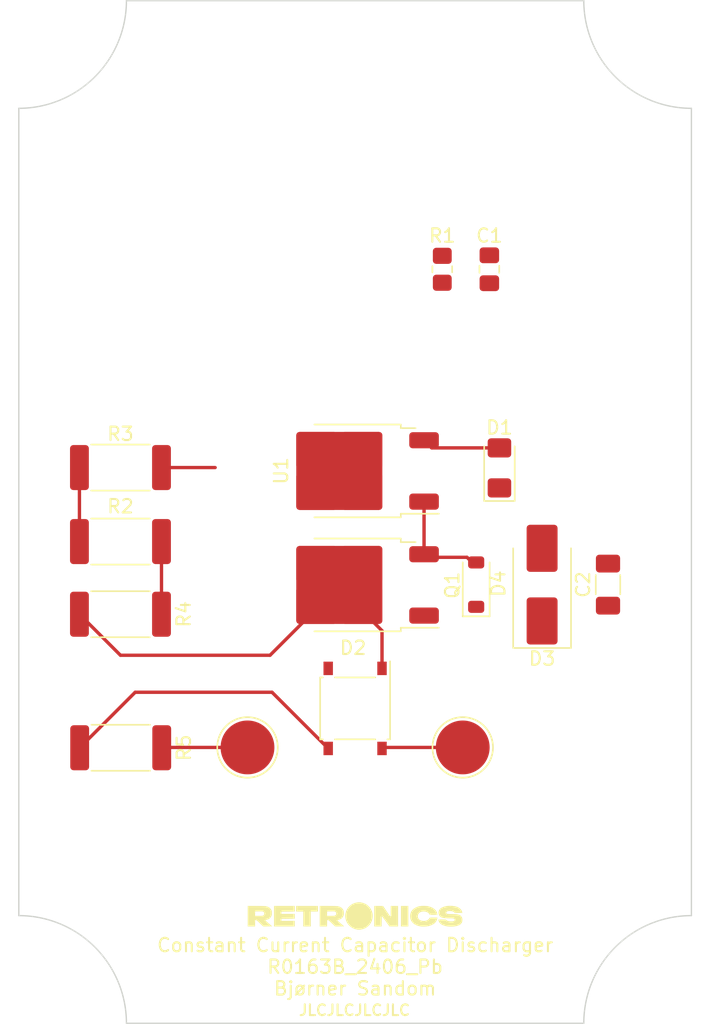
<source format=kicad_pcb>
(kicad_pcb (version 20221018) (generator pcbnew)
  (layers (0 "F.Cu" signal) (31 "B.Cu" signal) (34 "B.Paste" user) (35 "F.Paste" user) (36 "B.SilkS" user "B.Silkscreen") (37 "F.SilkS" user "F.Silkscreen") (38 "B.Mask" user) (39 "F.Mask" user) (44 "Edge.Cuts" user))
  (net 0 "")
  (net 1 "Net-(D1-K)")
  (net 2 "Net-(D1-A)")
  (net 3 "Net-(D2-+)")
  (net 4 "Net-(U1-OUT)")
  (net 5 "Net-(J3-Pin_1)")
  (net 6 "Net-(J1-Pin_1)")
  (net 7 "Net-(D3-K)")
  (net 8 "Net-(R2-Pad1)")
  (net 9 "Net-(R2-Pad2)")
  (net 10 "Net-(D4-A)")
  (net 11 "Net-(D2-Pad3)")
  (footprint "MountingHole:MountingHole_3.2mm_M3" (layer "F.Cu") (at 186.25 91)
    (fp_text reference "H8" hide)
    (fp_text value "MountingHole")
    (pad "" np_thru_hole circle (at 0 0) (size 3.2 3.2) (drill 3.2) (layers "*.Cu" "*.Mask"))
  )
  (footprint "Package_TO_SOT_SMD:TO-252-2" (layer "F.Cu") (at 165.085 80.4225 180)
    (fp_text reference "Q1" (at -7.14 -0.025 90) (layer "F.SilkS"))
    (fp_text value "IPD80R1K0CEATMA1")
    (fp_line (start -3.31 -3.45) (end -3.31 -3.18) (stroke (width 0.12)) (layer "F.SilkS"))
    (fp_line (start -3.31 -3.18) (end -6.14 -3.18) (stroke (width 0.12)) (layer "F.SilkS"))
    (fp_line (start -3.31 3.18) (end -4.41 3.18) (stroke (width 0.12)) (layer "F.SilkS"))
    (fp_line (start -3.31 3.45) (end -3.31 3.18) (stroke (width 0.12)) (layer "F.SilkS"))
    (fp_line (start 3.11 -3.45) (end -3.31 -3.45) (stroke (width 0.12)) (layer "F.SilkS"))
    (fp_line (start 3.11 3.45) (end -3.31 3.45) (stroke (width 0.12)) (layer "F.SilkS"))
    (pad "1" smd roundrect (at -5.04 -2.28 180) (size 2.2 1.2) (layers "F.Cu" "F.Paste" "F.Mask") (roundrect_rratio 0.2083333333) (net 7 "Net-(D3-K)"))
    (pad "2" smd roundrect (at -0.415 -1.525 180) (size 3.05 2.75) (layers "F.Cu" "F.Paste") (roundrect_rratio 0.09090909091) (net 3 "Net-(D2-+)"))
    (pad "2" smd roundrect (at -0.415 1.525 180) (size 3.05 2.75) (layers "F.Cu" "F.Paste") (roundrect_rratio 0.09090909091) (net 3 "Net-(D2-+)"))
    (pad "2" smd roundrect (at 1.26 0 180) (size 6.4 5.8) (layers "F.Cu" "F.Mask") (roundrect_rratio 0.04310293103) (net 3 "Net-(D2-+)"))
    (pad "2" smd roundrect (at 2.935 -1.525 180) (size 3.05 2.75) (layers "F.Cu" "F.Paste") (roundrect_rratio 0.09090909091) (net 3 "Net-(D2-+)"))
    (pad "2" smd roundrect (at 2.935 1.525 180) (size 3.05 2.75) (layers "F.Cu" "F.Paste") (roundrect_rratio 0.09090909091) (net 3 "Net-(D2-+)"))
    (pad "3" smd roundrect (at -5.04 2.28 180) (size 2.2 1.2) (layers "F.Cu" "F.Paste" "F.Mask") (roundrect_rratio 0.2083333333) (net 10 "Net-(D4-A)"))
  )
  (footprint "Icons_Graphics:retronics_logo_18mm" (layer "F.Cu") (at 165 105)
    (fp_text reference "G***" hide)
    (fp_text value "LOGO" hide)
    (fp_poly (pts (xy 3.955266 0.805436) (xy 3.40872 0.805436) (xy 3.40872 -0.71914) (xy 3.955266 -0.71914)) (fill solid) (layer "F.SilkS"))
    (fp_poly (pts (xy -2.761495 -0.302039) (xy -3.293658 -0.302039) (xy -3.293658 0.805436) (xy -3.854587 0.805436) (xy -3.854587 -0.302039) (xy -4.38675 -0.302039) (xy -4.38675 -0.71914) (xy -2.761495 -0.71914)) (fill solid) (layer "F.SilkS"))
    (fp_poly (pts (xy -4.48743 -0.302416) (xy -4.98004 -0.298632) (xy -5.472651 -0.294847) (xy -5.481277 -0.129445) (xy -4.48743 -0.129445) (xy -4.48743 0.229747) (xy -4.98004 0.233531) (xy -5.472651 0.237316) (xy -5.476998 0.312825) (xy -5.481345 0.388335) (xy -4.48743 0.388335) (xy -4.48743 0.805436) (xy -6.026388 0.805436) (xy -6.026388 -0.71914) (xy -4.48743 -0.71914)) (fill solid) (layer "F.SilkS"))
    (fp_poly (pts (xy 3.192978 0.805436) (xy 2.872961 0.805087) (xy 2.552944 0.804739) (xy 2.280299 0.423734) (xy 2.214135 0.332041) (xy 2.152853 0.248582) (xy 2.098533 0.176073) (xy 2.053252 0.117232) (xy 2.019088 0.074775) (xy 1.998121 0.051418) (xy 1.992644 0.047726) (xy 1.987361 0.063863) (xy 1.98283 0.10803) (xy 1.979086 0.1795) (xy 1.976165 0.277548) (xy 1.974102 0.401446) (xy 1.973798 0.429079) (xy 1.969964 0.805436) (xy 1.423895 0.805436) (xy 1.423895 -0.71914) (xy 1.751104 -0.718799) (xy 2.078312 -0.718459) (xy 2.344394 -0.32352) (xy 2.408635 -0.22894) (xy 2.468368 -0.142469) (xy 2.521582 -0.066903) (xy 2.566267 -0.00504) (xy 2.600413 0.040323) (xy 2.622008 0.06639) (xy 2.628454 0.071666) (xy 2.63402 0.065491) (xy 2.638394 0.045108) (xy 2.641692 0.007986) (xy 2.644028 -0.048404) (xy 2.645517 -0.126594) (xy 2.646275 -0.229114) (xy 2.646432 -0.323613) (xy 2.646432 -0.71914) (xy 3.192978 -0.71914)) (fill solid) (layer "F.SilkS"))
    (fp_poly (pts (xy 0.396381 -0.986764) (xy 0.497528 -0.971676) (xy 0.562636 -0.95378) (xy 0.640126 -0.926853) (xy 0.717076 -0.89555) (xy 0.747204 -0.881701) (xy 0.813643 -0.847917) (xy 0.867514 -0.815016) (xy 0.917634 -0.776569) (xy 0.97282 -0.726144) (xy 1.007961 -0.69154) (xy 1.067562 -0.629926) (xy 1.111702 -0.578155) (xy 1.14681 -0.527411) (xy 1.179317 -0.468877) (xy 1.198121 -0.430784) (xy 1.25434 -0.297431) (xy 1.28943 -0.1717) (xy 1.30539 -0.04411) (xy 1.305202 0.077163) (xy 1.283079 0.246235) (xy 1.235265 0.405192) (xy 1.163705 0.551795) (xy 1.070343 0.683805) (xy 0.957124 0.798984) (xy 0.825993 0.895094) (xy 0.678894 0.969895) (xy 0.517771 1.02115) (xy 0.477875 1.029575) (xy 0.394573 1.041211) (xy 0.303279 1.047051) (xy 0.215925 1.04673) (xy 0.144443 1.039883) (xy 0.143827 1.039777) (xy -0.027482 0.996382) (xy -0.185131 0.928824) (xy -0.327192 0.838507) (xy -0.451737 0.726835) (xy -0.556839 0.595212) (xy -0.623335 0.48109) (xy -0.685736 0.326396) (xy -0.721165 0.16846) (xy -0.730784 0.010032) (xy -0.715754 -0.146135) (xy -0.677238 -0.297291) (xy -0.616396 -0.440685) (xy -0.534392 -0.573564) (xy -0.432388 -0.693179) (xy -0.311544 -0.796778) (xy -0.173023 -0.881609) (xy -0.021575 -0.943777) (xy 0.111868 -0.975467) (xy 0.254957 -0.989999)) (fill solid) (layer "F.SilkS"))
    (fp_poly (pts (xy -7.360391 -0.719031) (xy -7.214601 -0.718652) (xy -7.078431 -0.71761) (xy -6.95497 -0.715971) (xy -6.847304 -0.713798) (xy -6.758519 -0.711157) (xy -6.691704 -0.708113) (xy -6.649946 -0.704729) (xy -6.644848 -0.704014) (xy -6.518565 -0.671802) (xy -6.409212 -0.618883) (xy -6.318886 -0.546699) (xy -6.249684 -0.456691) (xy -6.22947 -0.418345) (xy -6.211939 -0.377559) (xy -6.200811 -0.339872) (xy -6.194687 -0.296666) (xy -6.192164 -0.239323) (xy -6.19179 -0.186636) (xy -6.192403 -0.11669) (xy -6.195374 -0.066614) (xy -6.202402 -0.027518) (xy -6.215184 0.009487) (xy -6.235419 0.053288) (xy -6.239036 0.060656) (xy -6.298871 0.153859) (xy -6.377441 0.227087) (xy -6.476398 0.281543) (xy -6.591569 0.317154) (xy -6.636989 0.328463) (xy -6.669495 0.338839) (xy -6.680519 0.344725) (xy -6.671639 0.356182) (xy -6.643701 0.3835) (xy -6.599647 0.424005) (xy -6.54242 0.475026) (xy -6.47496 0.533889) (xy -6.425941 0.576009) (xy -6.165769 0.798244) (xy -6.499907 0.802108) (xy -6.834045 0.805971) (xy -7.078935 0.571983) (xy -7.157382 0.497324) (xy -7.218255 0.440385) (xy -7.264567 0.398795) (xy -7.299331 0.370184) (xy -7.325559 0.35218) (xy -7.346265 0.342412) (xy -7.364461 0.338509) (xy -7.376268 0.337995) (xy -7.428709 0.337995) (xy -7.432661 0.571715) (xy -7.436613 0.805436) (xy -7.982447 0.805436) (xy -7.982447 0.014382) (xy -7.436843 0.014382) (xy -7.159503 0.01436) (xy -7.059696 0.013999) (xy -6.984202 0.012707) (xy -6.928572 0.010142) (xy -6.888359 0.005962) (xy -6.859117 -0.000174) (xy -6.836397 -0.008608) (xy -6.831824 -0.01081) (xy -6.786806 -0.047738) (xy -6.760221 -0.099328) (xy -6.752345 -0.15793) (xy -6.763456 -0.215893) (xy -6.79383 -0.265568) (xy -6.821768 -0.288427) (xy -6.839827 -0.298198) (xy -6.860415 -0.305321) (xy -6.887956 -0.310128) (xy -6.926872 -0.312951) (xy -6.981587 -0.314122) (xy -7.056522 -0.313973) (xy -7.148245 -0.312941) (xy -7.428709 -0.30923) (xy -7.436843 0.014382) (xy -7.982447 0.014382) (xy -7.982447 -0.71914)) (fill solid) (layer "F.SilkS"))
    (fp_poly (pts (xy -2.009995 -0.719031) (xy -1.864205 -0.718652) (xy -1.728035 -0.71761) (xy -1.604574 -0.715971) (xy -1.496907 -0.713798) (xy -1.408123 -0.711157) (xy -1.341308 -0.708113) (xy -1.299549 -0.704729) (xy -1.294451 -0.704014) (xy -1.168169 -0.671802) (xy -1.058815 -0.618883) (xy -0.968489 -0.546699) (xy -0.899288 -0.456691) (xy -0.879074 -0.418345) (xy -0.861542 -0.377559) (xy -0.850415 -0.339872) (xy -0.844291 -0.296666) (xy -0.841767 -0.239323) (xy -0.841393 -0.186636) (xy -0.842006 -0.11669) (xy -0.844978 -0.066614) (xy -0.852005 -0.027518) (xy -0.864788 0.009487) (xy -0.885023 0.053288) (xy -0.88864 0.060656) (xy -0.948474 0.153859) (xy -1.027045 0.227087) (xy -1.126002 0.281543) (xy -1.241172 0.317154) (xy -1.286593 0.328463) (xy -1.319099 0.338839) (xy -1.330123 0.344725) (xy -1.321243 0.356182) (xy -1.293305 0.3835) (xy -1.249251 0.424005) (xy -1.192023 0.475026) (xy -1.124563 0.533889) (xy -1.075544 0.576009) (xy -0.815373 0.798244) (xy -1.149511 0.802108) (xy -1.483649 0.805971) (xy -1.728539 0.571983) (xy -1.806986 0.497324) (xy -1.867859 0.440385) (xy -1.914171 0.398795) (xy -1.948934 0.370184) (xy -1.975163 0.35218) (xy -1.995869 0.342412) (xy -2.014065 0.338509) (xy -2.025871 0.337995) (xy -2.078313 0.337995) (xy -2.082265 0.571715) (xy -2.086217 0.805436) (xy -2.63205 0.805436) (xy -2.63205 0.014382) (xy -2.086447 0.014382) (xy -1.809107 0.01436) (xy -1.7093 0.013999) (xy -1.633805 0.012707) (xy -1.578175 0.010142) (xy -1.537963 0.005962) (xy -1.508721 -0.000174) (xy -1.486001 -0.008608) (xy -1.481427 -0.01081) (xy -1.43641 -0.047738) (xy -1.409824 -0.099328) (xy -1.401948 -0.15793) (xy -1.413059 -0.215893) (xy -1.443434 -0.265568) (xy -1.471371 -0.288427) (xy -1.489431 -0.298198) (xy -1.510019 -0.305321) (xy -1.53756 -0.310128) (xy -1.576476 -0.312951) (xy -1.63119 -0.314122) (xy -1.706125 -0.313973) (xy -1.797849 -0.312941) (xy -2.078313 -0.30923) (xy -2.086447 0.014382) (xy -2.63205 0.014382) (xy -2.63205 -0.71914)) (fill solid) (layer "F.SilkS"))
    (fp_poly (pts (xy 5.268274 -0.720805) (xy 5.371739 -0.711055) (xy 5.443782 -0.698824) (xy 5.596378 -0.655029) (xy 5.733297 -0.595551) (xy 5.852418 -0.522209) (xy 5.95162 -0.436823) (xy 6.028782 -0.341212) (xy 6.081785 -0.237196) (xy 6.108259 -0.128723) (xy 6.11669 -0.057531) (xy 5.828 -0.057531) (xy 5.730006 -0.057648) (xy 5.65695 -0.058251) (xy 5.605004 -0.059722) (xy 5.570341 -0.062442) (xy 5.549132 -0.066794) (xy 5.537551 -0.073158) (xy 5.53177 -0.081916) (xy 5.529881 -0.087242) (xy 5.514767 -0.116084) (xy 5.487985 -0.153286) (xy 5.476271 -0.167271) (xy 5.406635 -0.226219) (xy 5.318218 -0.26996) (xy 5.217096 -0.297759) (xy 5.109346 -0.308883) (xy 5.001045 -0.302599) (xy 4.89827 -0.278174) (xy 4.825424 -0.245818) (xy 4.753806 -0.190247) (xy 4.701546 -0.117959) (xy 4.669761 -0.034478) (xy 4.659567 0.054672) (xy 4.67208 0.143965) (xy 4.708419 0.227877) (xy 4.724795 0.252067) (xy 4.782225 0.306774) (xy 4.860097 0.348939) (xy 4.9526 0.37777) (xy 5.053922 0.392478) (xy 5.158248 0.392272) (xy 5.259768 0.37636) (xy 5.352668 0.343951) (xy 5.362999 0.338897) (xy 5.420507 0.302334) (xy 5.473028 0.255952) (xy 5.512822 0.207423) (xy 5.529881 0.173538) (xy 5.534211 0.163455) (xy 5.542451 0.155955) (xy 5.558431 0.150657) (xy 5.585978 0.147179) (xy 5.628922 0.145139) (xy 5.69109 0.144156) (xy 5.776311 0.143848) (xy 5.827868 0.143828) (xy 6.116425 0.143828) (xy 6.109362 0.206486) (xy 6.093734 0.27431) (xy 6.063443 0.352286) (xy 6.023388 0.429483) (xy 5.982013 0.490562) (xy 5.907191 0.566575) (xy 5.809642 0.637222) (xy 5.695323 0.699256) (xy 5.570196 0.74943) (xy 5.443884 0.783748) (xy 5.365682 0.796097) (xy 5.269733 0.805505) (xy 5.16505 0.811621) (xy 5.060646 0.814093) (xy 4.965533 0.812569) (xy 4.888724 0.806698) (xy 4.881345 0.80571) (xy 4.713206 0.771125) (xy 4.560767 0.717984) (xy 4.426259 0.647576) (xy 4.31191 0.561188) (xy 4.219949 0.46011) (xy 4.180987 0.400914) (xy 4.13122 0.28819) (xy 4.102556 0.16259) (xy 4.094832 0.030609) (xy 4.107882 -0.101257) (xy 4.141545 -0.226515) (xy 4.195657 -0.338669) (xy 4.199779 -0.345196) (xy 4.276612 -0.440297) (xy 4.377709 -0.526182) (xy 4.499395 -0.600485) (xy 4.637995 -0.660841) (xy 4.739127 -0.692469) (xy 4.820045 -0.708175) (xy 4.921365 -0.718933) (xy 5.035141 -0.724672) (xy 5.153426 -0.72532)) (fill solid) (layer "F.SilkS"))
    (fp_poly (pts (xy 7.230945 -0.722033) (xy 7.354879 -0.706754) (xy 7.457522 -0.687737) (xy 7.546287 -0.663146) (xy 7.628588 -0.631144) (xy 7.663413 -0.614853) (xy 7.772486 -0.54829) (xy 7.859135 -0.467067) (xy 7.921748 -0.373128) (xy 7.958713 -0.26842) (xy 7.961336 -0.255295) (xy 7.971264 -0.201359) (xy 7.405277 -0.201359) (xy 7.370302 -0.242925) (xy 7.320652 -0.285344) (xy 7.251975 -0.315509) (xy 7.161267 -0.334448) (xy 7.082134 -0.341629) (xy 6.981857 -0.342618) (xy 6.904014 -0.332441) (xy 6.844152 -0.310157) (xy 6.806653 -0.283377) (xy 6.778837 -0.242457) (xy 6.776172 -0.198685) (xy 6.798288 -0.159741) (xy 6.81319 -0.147755) (xy 6.828411 -0.139798) (xy 6.849451 -0.133413) (xy 6.879841 -0.128309) (xy 6.923112 -0.124188) (xy 6.982796 -0.120759) (xy 7.062423 -0.117725) (xy 7.165525 -0.114793) (xy 7.226695 -0.11328) (xy 7.344603 -0.110214) (xy 7.437913 -0.107086) (xy 7.510791 -0.10355) (xy 7.567404 -0.099257) (xy 7.611917 -0.093858) (xy 7.648497 -0.087005) (xy 7.68131 -0.078351) (xy 7.69479 -0.074154) (xy 7.789567 -0.033538) (xy 7.862556 0.021831) (xy 7.918697 0.096078) (xy 7.934721 0.126143) (xy 7.956286 0.174792) (xy 7.96839 0.218214) (xy 7.973405 0.268381) (xy 7.973888 0.323612) (xy 7.968398 0.410971) (xy 7.954497 0.477174) (xy 7.948457 0.49293) (xy 7.906479 0.562329) (xy 7.846533 0.629893) (xy 7.778133 0.68529) (xy 7.762175 0.695241) (xy 7.664518 0.740197) (xy 7.543949 0.77537) (xy 7.404796 0.800222) (xy 7.251388 0.814218) (xy 7.088053 0.816819) (xy 6.919118 0.80749) (xy 6.884725 0.804112) (xy 6.728667 0.778744) (xy 6.587074 0.737823) (xy 6.463547 0.682765) (xy 6.361683 0.614986) (xy 6.328222 0.585035) (xy 6.277556 0.525169) (xy 6.236095 0.456887) (xy 6.208434 0.389111) (xy 6.199121 0.334399) (xy 6.19898 0.287655) (xy 6.747383 0.287655) (xy 6.782609 0.329519) (xy 6.831616 0.369759) (xy 6.902836 0.399339) (xy 6.998079 0.418831) (xy 7.094145 0.427618) (xy 7.206625 0.428876) (xy 7.293285 0.418662) (xy 7.354804 0.396695) (xy 7.39186 0.362697) (xy 7.405131 0.316388) (xy 7.40455 0.299788) (xy 7.395173 0.263102) (xy 7.370235 0.238074) (xy 7.349603 0.226551) (xy 7.327978 0.217654) (xy 7.300889 0.211082) (xy 7.263947 0.206504) (xy 7.212763 0.203587) (xy 7.142948 0.202) (xy 7.050113 0.201412) (xy 7.016244 0.201381) (xy 6.857422 0.199599) (xy 6.724161 0.193858) (xy 6.61345 0.183524) (xy 6.522276 0.167964) (xy 6.447628 0.146545) (xy 6.386494 0.118633) (xy 6.335862 0.083596) (xy 6.301965 0.051174) (xy 6.244563 -0.031314) (xy 6.210995 -0.125143) (xy 6.201485 -0.225217) (xy 6.216259 -0.326437) (xy 6.255545 -0.423709) (xy 6.279205 -0.461865) (xy 6.344186 -0.532317) (xy 6.433269 -0.593627) (xy 6.542984 -0.644846) (xy 6.669859 -0.685024) (xy 6.810423 -0.713213) (xy 6.961205 -0.728464) (xy 7.118733 -0.729828)) (fill solid) (layer "F.SilkS"))
  )
  (footprint "MountingHole:MountingHole_3.2mm_M3" (layer "F.Cu") (at 150 100)
    (fp_text reference "H4" hide)
    (fp_text value "MountingHole")
    (pad "" np_thru_hole circle (at 0 0) (size 3.2 3.2) (drill 3.2) (layers "*.Cu" "*.Mask"))
  )
  (footprint "MountingHole:MountingHole_3.2mm_M3" (layer "F.Cu") (at 180 50)
    (fp_text reference "H2" hide)
    (fp_text value "MountingHole")
    (pad "" np_thru_hole circle (at 0 0) (size 3.2 3.2) (drill 3.2) (layers "*.Cu" "*.Mask"))
  )
  (footprint "MountingHole:MountingHole_3.2mm_M3" (layer "F.Cu") (at 157 100)
    (fp_text reference "H5" hide)
    (fp_text value "MountingHole")
    (pad "" np_thru_hole circle (at 0 0) (size 3.2 3.2) (drill 3.2) (layers "*.Cu" "*.Mask"))
  )
  (footprint "Resistor_SMD:R_2512_6332Metric_Pad1.40x3.35mm_HandSolder" (layer "F.Cu") (at 147.55625 71.7 180)
    (fp_text reference "R3" (at 0 2.5) (layer "F.SilkS"))
    (fp_text value "100kΩ 1W")
    (fp_line (start -2.177064 -1.71) (end 2.177064 -1.71) (stroke (width 0.12)) (layer "F.SilkS"))
    (fp_line (start -2.177064 1.71) (end 2.177064 1.71) (stroke (width 0.12)) (layer "F.SilkS"))
    (pad "1" smd roundrect (at -3.05 0 180) (size 1.4 3.35) (layers "F.Cu" "F.Paste" "F.Mask") (roundrect_rratio 0.1785707143) (net 7 "Net-(D3-K)"))
    (pad "2" smd roundrect (at 3.05 0 180) (size 1.4 3.35) (layers "F.Cu" "F.Paste" "F.Mask") (roundrect_rratio 0.1785707143) (net 8 "Net-(R2-Pad1)"))
  )
  (footprint "MountingHole:MountingHole_3.2mm_M3" (layer "F.Cu") (at 180 100)
    (fp_text reference "H3" hide)
    (fp_text value "MountingHole")
    (pad "" np_thru_hole circle (at 0 0) (size 3.2 3.2) (drill 3.2) (layers "*.Cu" "*.Mask"))
  )
  (footprint "Package_TO_SOT_SMD:TO-252-2" (layer "F.Cu") (at 165.085 71.95 180)
    (fp_text reference "U1" (at 5.585 0.00428 90) (layer "F.SilkS"))
    (fp_text value "LR8K4-G")
    (fp_line (start -3.31 -3.45) (end -3.31 -3.18) (stroke (width 0.12)) (layer "F.SilkS"))
    (fp_line (start -3.31 -3.18) (end -6.14 -3.18) (stroke (width 0.12)) (layer "F.SilkS"))
    (fp_line (start -3.31 3.18) (end -4.41 3.18) (stroke (width 0.12)) (layer "F.SilkS"))
    (fp_line (start -3.31 3.45) (end -3.31 3.18) (stroke (width 0.12)) (layer "F.SilkS"))
    (fp_line (start 3.11 -3.45) (end -3.31 -3.45) (stroke (width 0.12)) (layer "F.SilkS"))
    (fp_line (start 3.11 3.45) (end -3.31 3.45) (stroke (width 0.12)) (layer "F.SilkS"))
    (pad "1" smd roundrect (at -5.04 -2.28 180) (size 2.2 1.2) (layers "F.Cu" "F.Paste" "F.Mask") (roundrect_rratio 0.2083333333) (net 10 "Net-(D4-A)"))
    (pad "2" smd roundrect (at -0.415 -1.525 180) (size 3.05 2.75) (layers "F.Cu" "F.Paste") (roundrect_rratio 0.09090909091) (net 4 "Net-(U1-OUT)"))
    (pad "2" smd roundrect (at -0.415 1.525 180) (size 3.05 2.75) (layers "F.Cu" "F.Paste") (roundrect_rratio 0.09090909091) (net 4 "Net-(U1-OUT)"))
    (pad "2" smd roundrect (at 1.26 0 180) (size 6.4 5.8) (layers "F.Cu" "F.Mask") (roundrect_rratio 0.04310293103) (net 4 "Net-(U1-OUT)"))
    (pad "2" smd roundrect (at 2.935 -1.525 180) (size 3.05 2.75) (layers "F.Cu" "F.Paste") (roundrect_rratio 0.09090909091) (net 4 "Net-(U1-OUT)"))
    (pad "2" smd roundrect (at 2.935 1.525 180) (size 3.05 2.75) (layers "F.Cu" "F.Paste") (roundrect_rratio 0.09090909091) (net 4 "Net-(U1-OUT)"))
    (pad "3" smd roundrect (at -5.04 2.28 180) (size 2.2 1.2) (layers "F.Cu" "F.Paste" "F.Mask") (roundrect_rratio 0.2083333333) (net 2 "Net-(D1-A)"))
  )
  (footprint "MountingHole:MountingHole_3.2mm_M3" (layer "F.Cu") (at 143.75 60.05)
    (fp_text reference "H7" hide)
    (fp_text value "MountingHole")
    (pad "" np_thru_hole circle (at 0 0) (size 3.2 3.2) (drill 3.2) (layers "*.Cu" "*.Mask"))
  )
  (footprint "Resistor_SMD:R_0805_2012Metric_Pad1.20x1.40mm_HandSolder" (layer "F.Cu") (at 171.47928 56.9625 -90)
    (fp_text reference "R1" (at -2.5 0 -180) (layer "F.SilkS"))
    (fp_text value "120Ω")
    (fp_line (start -0.227064 -0.735) (end 0.227064 -0.735) (stroke (width 0.12)) (layer "F.SilkS"))
    (fp_line (start -0.227064 0.735) (end 0.227064 0.735) (stroke (width 0.12)) (layer "F.SilkS"))
    (pad "1" smd roundrect (at -1 0 270) (size 1.2 1.4) (layers "F.Cu" "F.Paste" "F.Mask") (roundrect_rratio 0.2083333333) (net 4 "Net-(U1-OUT)"))
    (pad "2" smd roundrect (at 1 0 270) (size 1.2 1.4) (layers "F.Cu" "F.Paste" "F.Mask") (roundrect_rratio 0.2083333333) (net 2 "Net-(D1-A)"))
  )
  (footprint "Diode_SMD:D_SMB_Handsoldering" (layer "F.Cu") (at 178.9 80.4 90)
    (fp_text reference "D3" (at -5.5 0) (layer "F.SilkS"))
    (fp_text value "200V 3W")
    (fp_line (start -4.71 -2.15) (end -4.71 2.15) (stroke (width 0.12)) (layer "F.SilkS"))
    (fp_line (start -4.71 -2.15) (end 2.7 -2.15) (stroke (width 0.12)) (layer "F.SilkS"))
    (fp_line (start -4.71 2.15) (end 2.7 2.15) (stroke (width 0.12)) (layer "F.SilkS"))
    (pad "1" smd roundrect (at -2.7 0 90) (size 3.5 2.3) (layers "F.Cu" "F.Paste" "F.Mask") (roundrect_rratio 0.1086956522) (net 7 "Net-(D3-K)"))
    (pad "2" smd roundrect (at 2.7 0 90) (size 3.5 2.3) (layers "F.Cu" "F.Paste" "F.Mask") (roundrect_rratio 0.1086956522) (net 1 "Net-(D1-K)"))
  )
  (footprint "Resistor_SMD:R_2512_6332Metric_Pad1.40x3.35mm_HandSolder" (layer "F.Cu") (at 147.575 92.525 180)
    (fp_text reference "R5" (at -4.7 0 90) (layer "F.SilkS"))
    (fp_text value "1kΩ 1W")
    (fp_line (start -2.177064 -1.71) (end 2.177064 -1.71) (stroke (width 0.12)) (layer "F.SilkS"))
    (fp_line (start -2.177064 1.71) (end 2.177064 1.71) (stroke (width 0.12)) (layer "F.SilkS"))
    (pad "1" smd roundrect (at -3.05 0 180) (size 1.4 3.35) (layers "F.Cu" "F.Paste" "F.Mask") (roundrect_rratio 0.178571) (net 5 "Net-(J3-Pin_1)"))
    (pad "2" smd roundrect (at 3.05 0 180) (size 1.4 3.35) (layers "F.Cu" "F.Paste" "F.Mask") (roundrect_rratio 0.178571) (net 11 "Net-(D2-Pad3)"))
  )
  (footprint "Diode_SMD:Diode_Bridge_Diotec_ABS" (layer "F.Cu") (at 165 89.6 -90)
    (fp_text reference "D2" (at -4.5 0.15 -180) (layer "F.SilkS"))
    (fp_text value "ABS10")
    (fp_line (start -2.3 1.5) (end -2.3 -1.5) (stroke (width 0.12)) (layer "F.SilkS"))
    (fp_line (start -2.3 2.6) (end -2.3 2.4) (stroke (width 0.12)) (layer "F.SilkS"))
    (fp_line (start 2.3 -2.6) (end -3.5 -2.6) (stroke (width 0.12)) (layer "F.SilkS"))
    (fp_line (start 2.3 -2.4) (end 2.3 -2.6) (stroke (width 0.12)) (layer "F.SilkS"))
    (fp_line (start 2.3 -1.5) (end 2.3 1.5) (stroke (width 0.12)) (layer "F.SilkS"))
    (fp_line (start 2.3 2.4) (end 2.3 2.6) (stroke (width 0.12)) (layer "F.SilkS"))
    (fp_line (start 2.3 2.6) (end -2.3 2.6) (stroke (width 0.12)) (layer "F.SilkS"))
    (pad "1" smd rect (at -2.975 -2 270) (size 1 0.7) (layers "F.Cu" "F.Paste" "F.Mask") (net 3 "Net-(D2-+)"))
    (pad "2" smd rect (at -2.975 2 270) (size 1 0.7) (layers "F.Cu" "F.Paste" "F.Mask") (net 1 "Net-(D1-K)"))
    (pad "3" smd rect (at 2.975 2 270) (size 1 0.7) (layers "F.Cu" "F.Paste" "F.Mask") (net 11 "Net-(D2-Pad3)"))
    (pad "4" smd rect (at 2.975 -2 270) (size 1 0.7) (layers "F.Cu" "F.Paste" "F.Mask") (net 6 "Net-(J1-Pin_1)"))
  )
  (footprint "MountingHole:MountingHole_3.2mm_M3" (layer "F.Cu") (at 173 100)
    (fp_text reference "H6" hide)
    (fp_text value "MountingHole")
    (pad "" np_thru_hole circle (at 0 0) (size 3.2 3.2) (drill 3.2) (layers "*.Cu" "*.Mask"))
  )
  (footprint "Resistor_SMD:R_2512_6332Metric_Pad1.40x3.35mm_HandSolder" (layer "F.Cu") (at 147.55625 77.2)
    (fp_text reference "R2" (at 0 -2.62) (layer "F.SilkS"))
    (fp_text value "100kΩ 1W")
    (fp_line (start -2.177064 -1.71) (end 2.177064 -1.71) (stroke (width 0.12)) (layer "F.SilkS"))
    (fp_line (start -2.177064 1.71) (end 2.177064 1.71) (stroke (width 0.12)) (layer "F.SilkS"))
    (pad "1" smd roundrect (at -3.05 0) (size 1.4 3.35) (layers "F.Cu" "F.Paste" "F.Mask") (roundrect_rratio 0.1785707143) (net 8 "Net-(R2-Pad1)"))
    (pad "2" smd roundrect (at 3.05 0) (size 1.4 3.35) (layers "F.Cu" "F.Paste" "F.Mask") (roundrect_rratio 0.1785707143) (net 9 "Net-(R2-Pad2)"))
  )
  (footprint "Capacitor_SMD:C_0805_2012Metric_Pad1.18x1.45mm_HandSolder" (layer "F.Cu") (at 174.97928 56.9625 -90)
    (fp_text reference "C1" (at -2.5 0 -180) (layer "F.SilkS"))
    (fp_text value "1µF")
    (fp_line (start -0.261252 -0.735) (end 0.261252 -0.735) (stroke (width 0.12)) (layer "F.SilkS"))
    (fp_line (start -0.261252 0.735) (end 0.261252 0.735) (stroke (width 0.12)) (layer "F.SilkS"))
    (pad "1" smd roundrect (at -1.0375 0 270) (size 1.175 1.45) (layers "F.Cu" "F.Paste" "F.Mask") (roundrect_rratio 0.2127659574) (net 4 "Net-(U1-OUT)"))
    (pad "2" smd roundrect (at 1.0375 0 270) (size 1.175 1.45) (layers "F.Cu" "F.Paste" "F.Mask") (roundrect_rratio 0.2127659574) (net 1 "Net-(D1-K)"))
  )
  (footprint "Diode_SMD:D_SOD-123" (layer "F.Cu") (at 174 80.4 90)
    (fp_text reference "D4" (at 0.07322 1.65 90) (layer "F.SilkS"))
    (fp_text value "10V 0.5W")
    (fp_line (start -2.36 -1) (end -2.36 1) (stroke (width 0.12)) (layer "F.SilkS"))
    (fp_line (start -2.36 -1) (end 1.65 -1) (stroke (width 0.12)) (layer "F.SilkS"))
    (fp_line (start -2.36 1) (end 1.65 1) (stroke (width 0.12)) (layer "F.SilkS"))
    (pad "1" smd roundrect (at -1.65 0 90) (size 0.9 1.2) (layers "F.Cu" "F.Paste" "F.Mask") (net 7 "Net-(D3-K)"))
    (pad "2" smd roundrect (at 1.65 0 90) (size 0.9 1.2) (layers "F.Cu" "F.Paste" "F.Mask") (net 10 "Net-(D4-A)"))
  )
  (footprint "TestPoint:TestPoint_Pad_D4.0mm" (layer "F.Cu") (at 173 92.5)
    (fp_text reference "J1" hide)
    (fp_text value "Input 1")
    (fp_circle (center 0 0) (end 0 2.25) (stroke (width 0.12)) (fill none) (layer "F.SilkS"))
    (pad "1" smd circle (at 0 0) (size 4 4) (layers "F.Cu" "F.Mask") (net 6 "Net-(J1-Pin_1)"))
  )
  (footprint "MountingHole:MountingHole_3.2mm_M3" (layer "F.Cu") (at 150 50)
    (fp_text reference "H1" hide)
    (fp_text value "MountingHole")
    (pad "" np_thru_hole circle (at 0 0) (size 3.2 3.2) (drill 3.2) (layers "*.Cu" "*.Mask"))
  )
  (footprint "TestPoint:TestPoint_Pad_D4.0mm" (layer "F.Cu") (at 157 92.5)
    (fp_text reference "J3" hide)
    (fp_text value "Input 2")
    (fp_circle (center 0 0) (end 0 2.25) (stroke (width 0.12)) (fill none) (layer "F.SilkS"))
    (pad "1" smd circle (at 0 0) (size 4 4) (layers "F.Cu" "F.Mask") (net 5 "Net-(J3-Pin_1)"))
  )
  (footprint "LED_SMD:LED_1206_3216Metric_Pad1.42x1.75mm_HandSolder" (layer "F.Cu") (at 175.72928 71.725 90)
    (fp_text reference "D1" (at 3 0 180) (layer "F.SilkS"))
    (fp_text value "~")
    (fp_line (start -2.46 -1.135) (end -2.46 1.135) (stroke (width 0.12)) (layer "F.SilkS"))
    (fp_line (start -2.46 1.135) (end 1.6 1.135) (stroke (width 0.12)) (layer "F.SilkS"))
    (fp_line (start 1.6 -1.135) (end -2.46 -1.135) (stroke (width 0.12)) (layer "F.SilkS"))
    (pad "1" smd roundrect locked (at -1.4875 0 90) (size 1.425 1.75) (layers "F.Cu" "F.Paste" "F.Mask") (roundrect_rratio 0.1754392982) (net 1 "Net-(D1-K)"))
    (pad "2" smd roundrect locked (at 1.4875 0 90) (size 1.425 1.75) (layers "F.Cu" "F.Paste" "F.Mask") (roundrect_rratio 0.1754392982) (net 2 "Net-(D1-A)"))
  )
  (footprint "Resistor_SMD:R_2512_6332Metric_Pad1.40x3.35mm_HandSolder" (layer "F.Cu") (at 147.55625 82.6 180)
    (fp_text reference "R4" (at -4.7 0 90) (layer "F.SilkS"))
    (fp_text value "100kΩ 1W")
    (fp_line (start -2.177064 -1.71) (end 2.177064 -1.71) (stroke (width 0.12)) (layer "F.SilkS"))
    (fp_line (start -2.177064 1.71) (end 2.177064 1.71) (stroke (width 0.12)) (layer "F.SilkS"))
    (pad "1" smd roundrect (at -3.05 0 180) (size 1.4 3.35) (layers "F.Cu" "F.Paste" "F.Mask") (roundrect_rratio 0.1785707143) (net 9 "Net-(R2-Pad2)"))
    (pad "2" smd roundrect (at 3.05 0 180) (size 1.4 3.35) (layers "F.Cu" "F.Paste" "F.Mask") (roundrect_rratio 0.1785707143) (net 3 "Net-(D2-+)"))
  )
  (footprint "Capacitor_SMD:C_1206_3216Metric_Pad1.33x1.80mm_HandSolder" (layer "F.Cu") (at 183.8 80.4 90)
    (fp_text reference "C2" (at 0 -1.85 90) (layer "F.SilkS"))
    (fp_text value "100nF 250V")
    (fp_line (start -0.711252 -0.91) (end 0.711252 -0.91) (stroke (width 0.12)) (layer "F.SilkS"))
    (fp_line (start -0.711252 0.91) (end 0.711252 0.91) (stroke (width 0.12)) (layer "F.SilkS"))
    (pad "1" smd roundrect (at -1.5625 0 90) (size 1.325 1.8) (layers "F.Cu" "F.Paste" "F.Mask") (roundrect_rratio 0.188679) (net 7 "Net-(D3-K)"))
    (pad "2" smd roundrect (at 1.5625 0 90) (size 1.325 1.8) (layers "F.Cu" "F.Paste" "F.Mask") (roundrect_rratio 0.188679) (net 1 "Net-(D1-K)"))
  )
  (gr_line (start 190 45) (end 190 105) (stroke (width 0.1)) (layer "Edge.Cuts"))
  (gr_arc (start 140 105) (mid 145.656854 107.343146) (end 148 113) (stroke (width 0.1)) (layer "Edge.Cuts"))
  (gr_arc (start 148 37) (mid 145.656854 42.656854) (end 140 45) (stroke (width 0.1)) (layer "Edge.Cuts"))
  (gr_line (start 148 37) (end 182 37) (stroke (width 0.1)) (layer "Edge.Cuts"))
  (gr_line (start 140 105) (end 140 45) (stroke (width 0.1)) (layer "Edge.Cuts"))
  (gr_arc (start 182 113) (mid 184.343146 107.343146) (end 190 105) (stroke (width 0.1)) (layer "Edge.Cuts"))
  (gr_line (start 182 113) (end 148 113) (stroke (width 0.1)) (layer "Edge.Cuts"))
  (gr_arc (start 190 45) (mid 184.343146 42.656854) (end 182 37) (stroke (width 0.1)) (layer "Edge.Cuts"))
  (gr_text "JLCJLCJLCJLC" (at 160.740714 112.5) (layer "F.SilkS") (effects (font (size 0.8 0.8)) (justify left bottom)))
  (gr_text "Constant Current Capacitor Discharger\nR0163B_2406_Pb\nBjørner Sandom\n" (at 165 111) (layer "F.SilkS") (effects (font (size 1 1)) (justify bottom)))
  (segment (start 170.6925 70.2375) (end 170.125 69.67) (width 0.25) (layer "F.Cu") (net 2))
  (segment (start 175.72928 70.2375) (end 170.6925 70.2375) (width 0.25) (layer "F.Cu") (net 2))
  (segment (start 144.50625 82.6) (end 147.55625 85.65) (width 0.25) (layer "F.Cu") (net 3))
  (segment (start 167 86.625) (end 167 83.825) (width 0.25) (layer "F.Cu") (net 3))
  (segment (start 167 83.825) (end 163.825 80.65) (width 0.25) (layer "F.Cu") (net 3))
  (segment (start 147.55625 85.65) (end 158.675 85.65) (width 0.25) (layer "F.Cu") (net 3))
  (segment (start 158.675 85.65) (end 162.15 82.175) (width 0.25) (layer "F.Cu") (net 3))
  (segment (start 157 92.5) (end 150.65 92.5) (width 0.25) (layer "F.Cu") (net 5))
  (segment (start 150.65 92.5) (end 150.625 92.525) (width 0.25) (layer "F.Cu") (net 5))
  (segment (start 167.075 92.5) (end 167 92.575) (width 0.25) (layer "F.Cu") (net 6))
  (segment (start 173 92.5) (end 167.075 92.5) (width 0.25) (layer "F.Cu") (net 6))
  (segment (start 154.59375 71.7) (end 150.60625 71.7) (width 0.25) (layer "F.Cu") (net 7))
  (segment (start 144.50625 71.7) (end 144.50625 77.2) (width 0.25) (layer "F.Cu") (net 8))
  (segment (start 150.60625 77.2) (end 150.60625 82.6) (width 0.25) (layer "F.Cu") (net 9))
  (segment (start 170.125 78.37) (end 173.32 78.37) (width 0.25) (layer "F.Cu") (net 10))
  (segment (start 170.125 74.23) (end 170.125 78.37) (width 0.25) (layer "F.Cu") (net 10))
  (segment (start 173.32 78.37) (end 174 79.05) (width 0.25) (layer "F.Cu") (net 10))
  (segment (start 144.525 92.525) (end 148.65 88.4) (width 0.25) (layer "F.Cu") (net 11))
  (segment (start 158.825 88.4) (end 163 92.575) (width 0.25) (layer "F.Cu") (net 11))
  (segment (start 148.65 88.4) (end 158.825 88.4) (width 0.25) (layer "F.Cu") (net 11))
)
</source>
